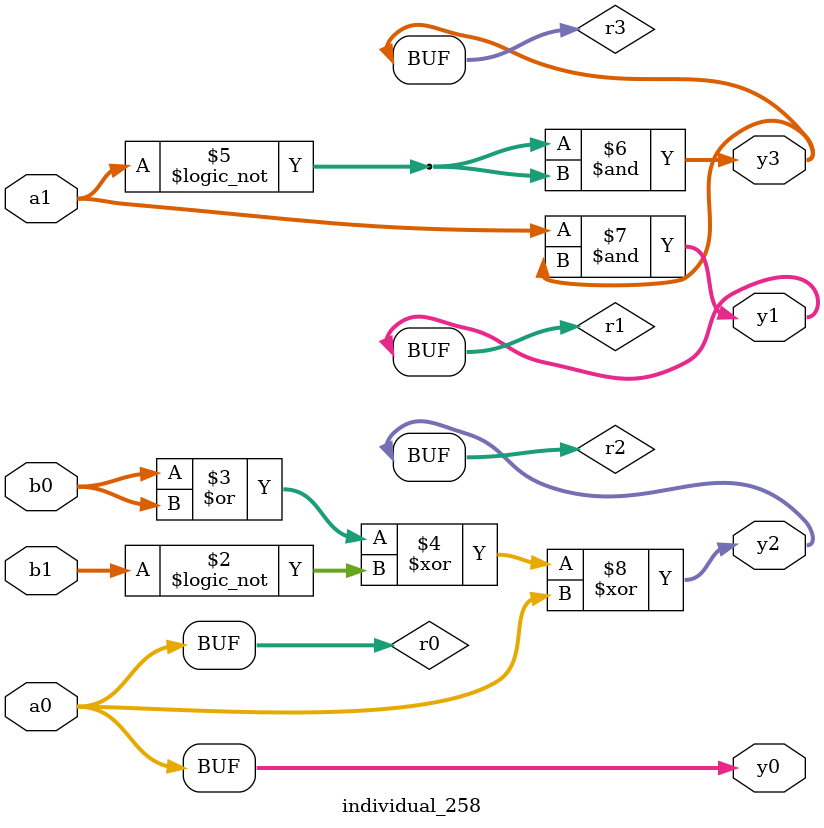
<source format=sv>
module individual_258(input logic [15:0] a1, input logic [15:0] a0, input logic [15:0] b1, input logic [15:0] b0, output logic [15:0] y3, output logic [15:0] y2, output logic [15:0] y1, output logic [15:0] y0);
logic [15:0] r0, r1, r2, r3; 
 always@(*) begin 
	 r0 = a0; r1 = a1; r2 = b0; r3 = b1; 
 	 r3 = ! b1 ;
 	 r2  |=  b0 ;
 	 r2  ^=  r3 ;
 	 r3 = ! r1 ;
 	 r3  &=  r3 ;
 	 r1  &=  r3 ;
 	 r2  ^=  a0 ;
 	 y3 = r3; y2 = r2; y1 = r1; y0 = r0; 
end
endmodule
</source>
